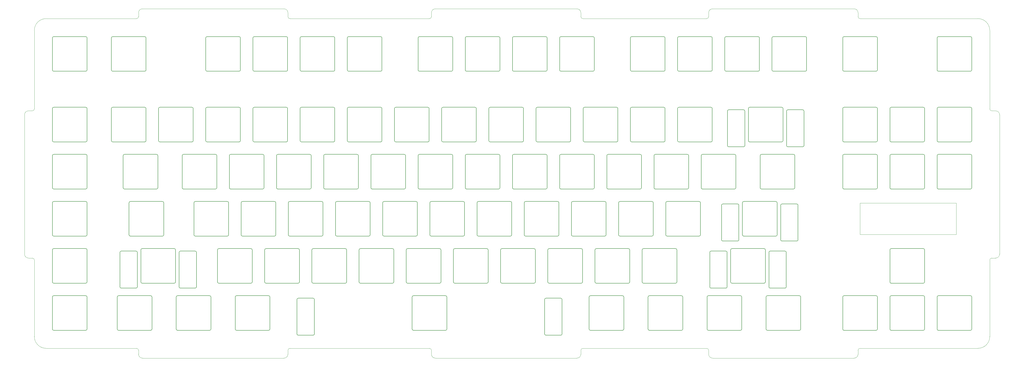
<source format=gm1>
%TF.GenerationSoftware,KiCad,Pcbnew,(5.1.10)-1*%
%TF.CreationDate,2021-11-05T23:31:42-04:00*%
%TF.ProjectId,custom_keyboard plate,63757374-6f6d-45f6-9b65-79626f617264,rev?*%
%TF.SameCoordinates,Original*%
%TF.FileFunction,Profile,NP*%
%FSLAX46Y46*%
G04 Gerber Fmt 4.6, Leading zero omitted, Abs format (unit mm)*
G04 Created by KiCad (PCBNEW (5.1.10)-1) date 2021-11-05 23:31:42*
%MOMM*%
%LPD*%
G01*
G04 APERTURE LIST*
%TA.AperFunction,Profile*%
%ADD10C,0.200000*%
%TD*%
%TA.AperFunction,Profile*%
%ADD11C,0.100000*%
%TD*%
G04 APERTURE END LIST*
D10*
X239057200Y-233202200D02*
G75*
G02*
X239557200Y-232702200I500000J0D01*
G01*
X252557200Y-232702200D02*
G75*
G02*
X253057200Y-233202200I0J-500000D01*
G01*
X220007200Y-233202200D02*
G75*
G02*
X220507200Y-232702200I500000J0D01*
G01*
X253057200Y-233202200D02*
X253057200Y-246202200D01*
X234007200Y-246202200D02*
G75*
G02*
X233507200Y-246702200I-500000J0D01*
G01*
X239557200Y-232702200D02*
X252557200Y-232702200D01*
X239057200Y-233202200D02*
X239057200Y-246202200D01*
X239557200Y-246702200D02*
X252557200Y-246702200D01*
X220507200Y-246702200D02*
G75*
G02*
X220007200Y-246202200I0J500000D01*
G01*
X233507200Y-232702200D02*
G75*
G02*
X234007200Y-233202200I0J-500000D01*
G01*
X192413450Y-286302200D02*
G75*
G02*
X191913450Y-286802200I-500000J0D01*
G01*
X303850950Y-284802200D02*
X316850950Y-284802200D01*
X303350950Y-271302200D02*
X303350950Y-284302200D01*
X150663450Y-271302200D02*
X150663450Y-284302200D01*
X303850950Y-270802200D02*
X316850950Y-270802200D01*
X86657200Y-271302200D02*
X86657200Y-284302200D01*
X137163450Y-284802200D02*
X150163450Y-284802200D01*
X136663450Y-271302200D02*
G75*
G02*
X137163450Y-270802200I500000J0D01*
G01*
X232413450Y-270802200D02*
X245413450Y-270802200D01*
X113350950Y-270802200D02*
X126350950Y-270802200D01*
X137163450Y-284802200D02*
G75*
G02*
X136663450Y-284302200I0J500000D01*
G01*
X150163450Y-270802200D02*
G75*
G02*
X150663450Y-271302200I0J-500000D01*
G01*
X87157200Y-284802200D02*
X100157199Y-284802200D01*
X87157200Y-270802200D02*
X100157199Y-270802200D01*
X438294700Y-251752200D02*
G75*
G02*
X438794700Y-252252200I0J-500000D01*
G01*
X136663450Y-271302200D02*
X136663450Y-284302200D01*
X160975950Y-270802200D02*
X173975950Y-270802200D01*
X174475950Y-284302200D02*
G75*
G02*
X173975950Y-284802200I-500000J0D01*
G01*
X232413450Y-284802200D02*
X245413450Y-284802200D01*
X231913450Y-271302200D02*
X231913450Y-284302200D01*
X285913450Y-286802200D02*
X291913450Y-286802200D01*
X285913450Y-286802200D02*
G75*
G02*
X285413450Y-286302200I0J500000D01*
G01*
X424794700Y-252252200D02*
G75*
G02*
X425294700Y-251752200I500000J0D01*
G01*
X425294700Y-265752200D02*
G75*
G02*
X424794700Y-265252200I0J500000D01*
G01*
X100657199Y-271302200D02*
X100657199Y-284302200D01*
X137163450Y-270802200D02*
X150163450Y-270802200D01*
X160475950Y-271302200D02*
X160475950Y-284302200D01*
X245413450Y-270802200D02*
G75*
G02*
X245913450Y-271302200I0J-500000D01*
G01*
X126850950Y-271302200D02*
X126850950Y-284302200D01*
X113350950Y-284802200D02*
X126350950Y-284802200D01*
X126350950Y-270802200D02*
G75*
G02*
X126850950Y-271302200I0J-500000D01*
G01*
X150663450Y-284302200D02*
G75*
G02*
X150163450Y-284802200I-500000J0D01*
G01*
X292413450Y-272302200D02*
X292413450Y-286302200D01*
X113350950Y-284802200D02*
G75*
G02*
X112850950Y-284302200I0J500000D01*
G01*
X160475950Y-271302200D02*
G75*
G02*
X160975950Y-270802200I500000J0D01*
G01*
X292413450Y-286302200D02*
G75*
G02*
X291913450Y-286802200I-500000J0D01*
G01*
X291913450Y-271802200D02*
G75*
G02*
X292413450Y-272302200I0J-500000D01*
G01*
X185913450Y-271802200D02*
X191913450Y-271802200D01*
X100157199Y-270802200D02*
G75*
G02*
X100657199Y-271302200I0J-500000D01*
G01*
X87157200Y-284802200D02*
G75*
G02*
X86657200Y-284302200I0J500000D01*
G01*
X231913450Y-271302200D02*
G75*
G02*
X232413450Y-270802200I500000J0D01*
G01*
X438794700Y-252252200D02*
X438794700Y-265252200D01*
X126850950Y-284302200D02*
G75*
G02*
X126350950Y-284802200I-500000J0D01*
G01*
X285413450Y-272302200D02*
G75*
G02*
X285913450Y-271802200I500000J0D01*
G01*
X100657199Y-284302200D02*
G75*
G02*
X100157199Y-284802200I-500000J0D01*
G01*
X245913450Y-284302200D02*
G75*
G02*
X245413450Y-284802200I-500000J0D01*
G01*
X185413450Y-272302200D02*
X185413450Y-286302200D01*
X112850950Y-271302200D02*
X112850950Y-284302200D01*
X86657200Y-271302200D02*
G75*
G02*
X87157200Y-270802200I500000J0D01*
G01*
X112850950Y-271302200D02*
G75*
G02*
X113350950Y-270802200I500000J0D01*
G01*
X174475950Y-271302200D02*
X174475950Y-284302200D01*
X160975950Y-284802200D02*
G75*
G02*
X160475950Y-284302200I0J500000D01*
G01*
X245913450Y-271302200D02*
X245913450Y-284302200D01*
X232413450Y-284802200D02*
G75*
G02*
X231913450Y-284302200I0J500000D01*
G01*
X285913450Y-271802200D02*
X291913450Y-271802200D01*
X160975950Y-284802200D02*
X173975950Y-284802200D01*
X285413450Y-272302200D02*
X285413450Y-286302200D01*
X438794700Y-265252200D02*
G75*
G02*
X438294700Y-265752200I-500000J0D01*
G01*
X185913450Y-286802200D02*
X191913450Y-286802200D01*
X192413450Y-272302200D02*
X192413450Y-286302200D01*
X185413450Y-272302200D02*
G75*
G02*
X185913450Y-271802200I500000J0D01*
G01*
X191913450Y-271802200D02*
G75*
G02*
X192413450Y-272302200I0J-500000D01*
G01*
X185913450Y-286802200D02*
G75*
G02*
X185413450Y-286302200I0J500000D01*
G01*
X173975950Y-270802200D02*
G75*
G02*
X174475950Y-271302200I0J-500000D01*
G01*
X425294700Y-284802200D02*
G75*
G02*
X424794700Y-284302200I0J500000D01*
G01*
X457344700Y-270802200D02*
G75*
G02*
X457844700Y-271302200I0J-500000D01*
G01*
X375288450Y-284802200D02*
X388288450Y-284802200D01*
X351475950Y-270802200D02*
X364475950Y-270802200D01*
X317350950Y-284302200D02*
G75*
G02*
X316850950Y-284802200I-500000J0D01*
G01*
X327663450Y-284802200D02*
G75*
G02*
X327163450Y-284302200I0J500000D01*
G01*
X364975950Y-284302200D02*
G75*
G02*
X364475950Y-284802200I-500000J0D01*
G01*
X438294700Y-270802200D02*
G75*
G02*
X438794700Y-271302200I0J-500000D01*
G01*
X341163450Y-284302200D02*
G75*
G02*
X340663450Y-284802200I-500000J0D01*
G01*
X388788450Y-284302200D02*
G75*
G02*
X388288450Y-284802200I-500000J0D01*
G01*
X374788450Y-271302200D02*
G75*
G02*
X375288450Y-270802200I500000J0D01*
G01*
X340663450Y-270802200D02*
G75*
G02*
X341163450Y-271302200I0J-500000D01*
G01*
X425294700Y-270802200D02*
X438294700Y-270802200D01*
X443844700Y-271302200D02*
G75*
G02*
X444344700Y-270802200I500000J0D01*
G01*
X375288450Y-270802200D02*
X388288450Y-270802200D01*
X405744700Y-271302200D02*
X405744700Y-284302200D01*
X375288450Y-284802200D02*
G75*
G02*
X374788450Y-284302200I0J500000D01*
G01*
X457844700Y-271302200D02*
X457844700Y-284302200D01*
X327663450Y-284802200D02*
X340663450Y-284802200D01*
X374788450Y-271302200D02*
X374788450Y-284302200D01*
X438794700Y-271302200D02*
X438794700Y-284302200D01*
X405744700Y-271302200D02*
G75*
G02*
X406244700Y-270802200I500000J0D01*
G01*
X327163450Y-271302200D02*
X327163450Y-284302200D01*
X327163450Y-271302200D02*
G75*
G02*
X327663450Y-270802200I500000J0D01*
G01*
X443844700Y-271302200D02*
X443844700Y-284302200D01*
X419744700Y-284302200D02*
G75*
G02*
X419244700Y-284802200I-500000J0D01*
G01*
X444344700Y-284802200D02*
X457344700Y-284802200D01*
X350975950Y-271302200D02*
G75*
G02*
X351475950Y-270802200I500000J0D01*
G01*
X317350950Y-271302200D02*
X317350950Y-284302200D01*
X327663450Y-270802200D02*
X340663450Y-270802200D01*
X316850950Y-270802200D02*
G75*
G02*
X317350950Y-271302200I0J-500000D01*
G01*
X341163450Y-271302200D02*
X341163450Y-284302200D01*
X406244700Y-270802200D02*
X419244700Y-270802200D01*
X425294700Y-284802200D02*
X438294700Y-284802200D01*
X364975950Y-271302200D02*
X364975950Y-284302200D01*
X424794700Y-271302200D02*
G75*
G02*
X425294700Y-270802200I500000J0D01*
G01*
X419744700Y-271302200D02*
X419744700Y-284302200D01*
X419244700Y-270802200D02*
G75*
G02*
X419744700Y-271302200I0J-500000D01*
G01*
X406244700Y-284802200D02*
X419244700Y-284802200D01*
X438794700Y-284302200D02*
G75*
G02*
X438294700Y-284802200I-500000J0D01*
G01*
X388288450Y-270802200D02*
G75*
G02*
X388788450Y-271302200I0J-500000D01*
G01*
X424794700Y-271302200D02*
X424794700Y-284302200D01*
X444344700Y-270802200D02*
X457344700Y-270802200D01*
X350975950Y-271302200D02*
X350975950Y-284302200D01*
X351475950Y-284802200D02*
X364475950Y-284802200D01*
X351475950Y-284802200D02*
G75*
G02*
X350975950Y-284302200I0J500000D01*
G01*
X388788450Y-271302200D02*
X388788450Y-284302200D01*
X457844700Y-284302200D02*
G75*
G02*
X457344700Y-284802200I-500000J0D01*
G01*
X303350950Y-271302200D02*
G75*
G02*
X303850950Y-270802200I500000J0D01*
G01*
X406244700Y-284802200D02*
G75*
G02*
X405744700Y-284302200I0J500000D01*
G01*
X303850950Y-284802200D02*
G75*
G02*
X303350950Y-284302200I0J500000D01*
G01*
X444344700Y-284802200D02*
G75*
G02*
X443844700Y-284302200I0J500000D01*
G01*
X364475950Y-270802200D02*
G75*
G02*
X364975950Y-271302200I0J-500000D01*
G01*
X195407200Y-232702200D02*
G75*
G02*
X195907200Y-233202200I0J-500000D01*
G01*
X200957200Y-233202200D02*
G75*
G02*
X201457200Y-232702200I500000J0D01*
G01*
X182407200Y-246702200D02*
G75*
G02*
X181907200Y-246202200I0J500000D01*
G01*
X214957199Y-246202200D02*
G75*
G02*
X214457199Y-246702200I-500000J0D01*
G01*
X214457199Y-232702200D02*
G75*
G02*
X214957199Y-233202200I0J-500000D01*
G01*
X220507200Y-232702200D02*
X233507200Y-232702200D01*
X220507200Y-246702200D02*
X233507200Y-246702200D01*
X220007200Y-233202200D02*
X220007200Y-246202200D01*
X234007200Y-233202200D02*
X234007200Y-246202200D01*
X195907200Y-233202200D02*
X195907200Y-246202200D01*
X195907200Y-246202200D02*
G75*
G02*
X195407200Y-246702200I-500000J0D01*
G01*
X201457200Y-232702200D02*
X214457199Y-232702200D01*
X201457200Y-246702200D02*
X214457199Y-246702200D01*
X181907200Y-233202200D02*
G75*
G02*
X182407200Y-232702200I500000J0D01*
G01*
X214957199Y-233202200D02*
X214957199Y-246202200D01*
X200957200Y-233202200D02*
X200957200Y-246202200D01*
X201457200Y-246702200D02*
G75*
G02*
X200957200Y-246202200I0J500000D01*
G01*
X310207200Y-233202200D02*
X310207200Y-246202200D01*
X315757200Y-246702200D02*
X328757200Y-246702200D01*
X348307200Y-233202200D02*
X348307200Y-246202200D01*
X277657200Y-246702200D02*
G75*
G02*
X277157200Y-246202200I0J500000D01*
G01*
X296207200Y-233202200D02*
G75*
G02*
X296707200Y-232702200I500000J0D01*
G01*
X334307200Y-233202200D02*
G75*
G02*
X334807200Y-232702200I500000J0D01*
G01*
X329257200Y-233202200D02*
X329257200Y-246202200D01*
X258607200Y-246702200D02*
G75*
G02*
X258107200Y-246202200I0J500000D01*
G01*
X309707200Y-232702200D02*
G75*
G02*
X310207200Y-233202200I0J-500000D01*
G01*
X365263450Y-233202200D02*
G75*
G02*
X365763450Y-232702200I500000J0D01*
G01*
X365763450Y-246702200D02*
G75*
G02*
X365263450Y-246202200I0J500000D01*
G01*
X296707200Y-232702200D02*
X309707200Y-232702200D01*
X380701450Y-234202200D02*
X380701450Y-248202200D01*
X315757200Y-246702200D02*
G75*
G02*
X315257200Y-246202200I0J500000D01*
G01*
X291157200Y-246202200D02*
G75*
G02*
X290657200Y-246702200I-500000J0D01*
G01*
X379263450Y-233202200D02*
X379263450Y-246202200D01*
X378763450Y-232702200D02*
G75*
G02*
X379263450Y-233202200I0J-500000D01*
G01*
X387201450Y-233702200D02*
G75*
G02*
X387701450Y-234202200I0J-500000D01*
G01*
X356825450Y-234202200D02*
X356825450Y-248202200D01*
X290657200Y-232702200D02*
G75*
G02*
X291157200Y-233202200I0J-500000D01*
G01*
X365763450Y-232702200D02*
X378763450Y-232702200D01*
X277157200Y-233202200D02*
X277157200Y-246202200D01*
X291157200Y-233202200D02*
X291157200Y-246202200D01*
X277157200Y-233202200D02*
G75*
G02*
X277657200Y-232702200I500000J0D01*
G01*
X381201450Y-248702200D02*
G75*
G02*
X380701450Y-248202200I0J500000D01*
G01*
X356825450Y-234202200D02*
G75*
G02*
X357325450Y-233702200I500000J0D01*
G01*
X100657199Y-252252200D02*
X100657199Y-265252200D01*
X86657200Y-252252200D02*
G75*
G02*
X87157200Y-251752200I500000J0D01*
G01*
X100157199Y-251752200D02*
G75*
G02*
X100657199Y-252252200I0J-500000D01*
G01*
X334307200Y-233202200D02*
X334307200Y-246202200D01*
X334807200Y-246702200D02*
G75*
G02*
X334307200Y-246202200I0J500000D01*
G01*
X363825450Y-234202200D02*
X363825450Y-248202200D01*
X296207200Y-233202200D02*
X296207200Y-246202200D01*
X363825450Y-248202200D02*
G75*
G02*
X363325450Y-248702200I-500000J0D01*
G01*
X334807200Y-232702200D02*
X347807200Y-232702200D01*
X357325450Y-248702200D02*
G75*
G02*
X356825450Y-248202200I0J500000D01*
G01*
X315757200Y-232702200D02*
X328757200Y-232702200D01*
X315257200Y-233202200D02*
X315257200Y-246202200D01*
X348307200Y-246202200D02*
G75*
G02*
X347807200Y-246702200I-500000J0D01*
G01*
X347807200Y-232702200D02*
G75*
G02*
X348307200Y-233202200I0J-500000D01*
G01*
X334807200Y-246702200D02*
X347807200Y-246702200D01*
X296707200Y-246702200D02*
G75*
G02*
X296207200Y-246202200I0J500000D01*
G01*
X365763450Y-246702200D02*
X378763450Y-246702200D01*
X365263450Y-233202200D02*
X365263450Y-246202200D01*
X277657200Y-246702200D02*
X290657200Y-246702200D01*
X381201450Y-248702200D02*
X387201450Y-248702200D01*
X387701450Y-234202200D02*
X387701450Y-248202200D01*
X329257200Y-246202200D02*
G75*
G02*
X328757200Y-246702200I-500000J0D01*
G01*
X328757200Y-232702200D02*
G75*
G02*
X329257200Y-233202200I0J-500000D01*
G01*
X379263450Y-246202200D02*
G75*
G02*
X378763450Y-246702200I-500000J0D01*
G01*
X381201450Y-233702200D02*
X387201450Y-233702200D01*
X380701450Y-234202200D02*
G75*
G02*
X381201450Y-233702200I500000J0D01*
G01*
X387701450Y-248202200D02*
G75*
G02*
X387201450Y-248702200I-500000J0D01*
G01*
X357325450Y-233702200D02*
X363325450Y-233702200D01*
X357325450Y-248702200D02*
X363325450Y-248702200D01*
X315257200Y-233202200D02*
G75*
G02*
X315757200Y-232702200I500000J0D01*
G01*
X363325450Y-233702200D02*
G75*
G02*
X363825450Y-234202200I0J-500000D01*
G01*
X87157200Y-251752200D02*
X100157199Y-251752200D01*
X87157200Y-265752200D02*
X100157199Y-265752200D01*
X296707200Y-246702200D02*
X309707200Y-246702200D01*
X86657200Y-252252200D02*
X86657200Y-265252200D01*
X272107200Y-246202200D02*
G75*
G02*
X271607200Y-246702200I-500000J0D01*
G01*
X310207200Y-246202200D02*
G75*
G02*
X309707200Y-246702200I-500000J0D01*
G01*
X277657200Y-232702200D02*
X290657200Y-232702200D01*
X205432200Y-265252200D02*
G75*
G02*
X204932200Y-265752200I-500000J0D01*
G01*
X87157200Y-265752200D02*
G75*
G02*
X86657200Y-265252200I0J500000D01*
G01*
X229532200Y-252252200D02*
G75*
G02*
X230032200Y-251752200I500000J0D01*
G01*
X153832200Y-265752200D02*
X166832200Y-265752200D01*
X243032200Y-251752200D02*
G75*
G02*
X243532200Y-252252200I0J-500000D01*
G01*
X138313950Y-252752200D02*
X144313950Y-252752200D01*
X120937949Y-267252200D02*
G75*
G02*
X120437949Y-267752200I-500000J0D01*
G01*
X153332200Y-252252200D02*
X153332200Y-265252200D01*
X172882200Y-265752200D02*
G75*
G02*
X172382200Y-265252200I0J500000D01*
G01*
X138313950Y-267752200D02*
G75*
G02*
X137813950Y-267252200I0J500000D01*
G01*
X153332200Y-252252200D02*
G75*
G02*
X153832200Y-251752200I500000J0D01*
G01*
X167332200Y-252252200D02*
X167332200Y-265252200D01*
X122375950Y-252252200D02*
X122375950Y-265252200D01*
X122875950Y-265752200D02*
G75*
G02*
X122375950Y-265252200I0J500000D01*
G01*
X136375950Y-265252200D02*
G75*
G02*
X135875950Y-265752200I-500000J0D01*
G01*
X153832200Y-251752200D02*
X166832200Y-251752200D01*
X153832200Y-265752200D02*
G75*
G02*
X153332200Y-265252200I0J500000D01*
G01*
X185882200Y-251752200D02*
G75*
G02*
X186382200Y-252252200I0J-500000D01*
G01*
X186382200Y-265252200D02*
G75*
G02*
X185882200Y-265752200I-500000J0D01*
G01*
X191932200Y-251752200D02*
X204932200Y-251752200D01*
X210482200Y-252252200D02*
G75*
G02*
X210982200Y-251752200I500000J0D01*
G01*
X223982200Y-251752200D02*
G75*
G02*
X224482200Y-252252200I0J-500000D01*
G01*
X122375950Y-252252200D02*
G75*
G02*
X122875950Y-251752200I500000J0D01*
G01*
X210982200Y-265752200D02*
G75*
G02*
X210482200Y-265252200I0J500000D01*
G01*
X138313950Y-267752200D02*
X144313950Y-267752200D01*
X114437950Y-267752200D02*
G75*
G02*
X113937950Y-267252200I0J500000D01*
G01*
X172882200Y-251752200D02*
X185882200Y-251752200D01*
X230032200Y-251752200D02*
X243032200Y-251752200D01*
X114437950Y-267752200D02*
X120437949Y-267752200D01*
X100657199Y-265252200D02*
G75*
G02*
X100157199Y-265752200I-500000J0D01*
G01*
X122875950Y-251752200D02*
X135875950Y-251752200D01*
X136375950Y-252252200D02*
X136375950Y-265252200D01*
X144813950Y-267252200D02*
G75*
G02*
X144313950Y-267752200I-500000J0D01*
G01*
X120937949Y-253252200D02*
X120937949Y-267252200D01*
X113937950Y-253252200D02*
G75*
G02*
X114437950Y-252752200I500000J0D01*
G01*
X166832200Y-251752200D02*
G75*
G02*
X167332200Y-252252200I0J-500000D01*
G01*
X172382200Y-252252200D02*
X172382200Y-265252200D01*
X191432200Y-252252200D02*
G75*
G02*
X191932200Y-251752200I500000J0D01*
G01*
X144813950Y-253252200D02*
X144813950Y-267252200D01*
X137813950Y-253252200D02*
G75*
G02*
X138313950Y-252752200I500000J0D01*
G01*
X204932200Y-251752200D02*
G75*
G02*
X205432200Y-252252200I0J-500000D01*
G01*
X120437949Y-252752200D02*
G75*
G02*
X120937949Y-253252200I0J-500000D01*
G01*
X191932200Y-265752200D02*
G75*
G02*
X191432200Y-265252200I0J500000D01*
G01*
X210982200Y-265752200D02*
X223982200Y-265752200D01*
X144313950Y-252752200D02*
G75*
G02*
X144813950Y-253252200I0J-500000D01*
G01*
X210482200Y-252252200D02*
X210482200Y-265252200D01*
X224482200Y-252252200D02*
X224482200Y-265252200D01*
X114437950Y-252752200D02*
X120437949Y-252752200D01*
X137813950Y-253252200D02*
X137813950Y-267252200D01*
X113937950Y-253252200D02*
X113937950Y-267252200D01*
X172882200Y-265752200D02*
X185882200Y-265752200D01*
X172382200Y-252252200D02*
G75*
G02*
X172882200Y-251752200I500000J0D01*
G01*
X191932200Y-265752200D02*
X204932200Y-265752200D01*
X205432200Y-252252200D02*
X205432200Y-265252200D01*
X230032200Y-265752200D02*
X243032200Y-265752200D01*
X167332200Y-265252200D02*
G75*
G02*
X166832200Y-265752200I-500000J0D01*
G01*
X229532200Y-252252200D02*
X229532200Y-265252200D01*
X135875950Y-251752200D02*
G75*
G02*
X136375950Y-252252200I0J-500000D01*
G01*
X224482200Y-265252200D02*
G75*
G02*
X223982200Y-265752200I-500000J0D01*
G01*
X243532200Y-252252200D02*
X243532200Y-265252200D01*
X210982200Y-251752200D02*
X223982200Y-251752200D01*
X191432200Y-252252200D02*
X191432200Y-265252200D01*
X122875950Y-265752200D02*
X135875950Y-265752200D01*
X186382200Y-252252200D02*
X186382200Y-265252200D01*
X281132200Y-251752200D02*
G75*
G02*
X281632200Y-252252200I0J-500000D01*
G01*
X352562950Y-252752200D02*
X358562950Y-252752200D01*
X352062950Y-253252200D02*
X352062950Y-267252200D01*
X268132200Y-265752200D02*
G75*
G02*
X267632200Y-265252200I0J500000D01*
G01*
X306232200Y-265752200D02*
G75*
G02*
X305732200Y-265252200I0J500000D01*
G01*
X300182200Y-251752200D02*
G75*
G02*
X300682200Y-252252200I0J-500000D01*
G01*
X305732200Y-252252200D02*
G75*
G02*
X306232200Y-251752200I500000J0D01*
G01*
X338282200Y-251752200D02*
G75*
G02*
X338782200Y-252252200I0J-500000D01*
G01*
X243532200Y-265252200D02*
G75*
G02*
X243032200Y-265752200I-500000J0D01*
G01*
X319232200Y-251752200D02*
G75*
G02*
X319732200Y-252252200I0J-500000D01*
G01*
X338782200Y-265252200D02*
G75*
G02*
X338282200Y-265752200I-500000J0D01*
G01*
X248582200Y-252252200D02*
G75*
G02*
X249082200Y-251752200I500000J0D01*
G01*
X268132200Y-251752200D02*
X281132200Y-251752200D01*
X319732200Y-252252200D02*
X319732200Y-265252200D01*
X360500950Y-252252200D02*
X360500950Y-265252200D01*
X325282200Y-265752200D02*
G75*
G02*
X324782200Y-265252200I0J500000D01*
G01*
X374000950Y-251752200D02*
G75*
G02*
X374500950Y-252252200I0J-500000D01*
G01*
X376438950Y-252752200D02*
X382438950Y-252752200D01*
X376438950Y-267752200D02*
G75*
G02*
X375938950Y-267252200I0J500000D01*
G01*
X359062950Y-253252200D02*
X359062950Y-267252200D01*
X360500950Y-252252200D02*
G75*
G02*
X361000950Y-251752200I500000J0D01*
G01*
X352062950Y-253252200D02*
G75*
G02*
X352562950Y-252752200I500000J0D01*
G01*
X300682200Y-265252200D02*
G75*
G02*
X300182200Y-265752200I-500000J0D01*
G01*
X361000950Y-251752200D02*
X374000950Y-251752200D01*
X249082200Y-265752200D02*
X262082200Y-265752200D01*
X262082200Y-251752200D02*
G75*
G02*
X262582200Y-252252200I0J-500000D01*
G01*
X375938950Y-253252200D02*
X375938950Y-267252200D01*
X352562950Y-267752200D02*
X358562950Y-267752200D01*
X358562950Y-252752200D02*
G75*
G02*
X359062950Y-253252200I0J-500000D01*
G01*
X268132200Y-265752200D02*
X281132200Y-265752200D01*
X249082200Y-265752200D02*
G75*
G02*
X248582200Y-265252200I0J500000D01*
G01*
X306232200Y-251752200D02*
X319232200Y-251752200D01*
X305732200Y-252252200D02*
X305732200Y-265252200D01*
X382438950Y-252752200D02*
G75*
G02*
X382938950Y-253252200I0J-500000D01*
G01*
X324782200Y-252252200D02*
X324782200Y-265252200D01*
X287182200Y-265752200D02*
X300182200Y-265752200D01*
X262582200Y-252252200D02*
X262582200Y-265252200D01*
X281632200Y-265252200D02*
G75*
G02*
X281132200Y-265752200I-500000J0D01*
G01*
X267632200Y-252252200D02*
X267632200Y-265252200D01*
X281632200Y-252252200D02*
X281632200Y-265252200D01*
X287182200Y-251752200D02*
X300182200Y-251752200D01*
X300682200Y-252252200D02*
X300682200Y-265252200D01*
X248582200Y-252252200D02*
X248582200Y-265252200D01*
X287182200Y-265752200D02*
G75*
G02*
X286682200Y-265252200I0J500000D01*
G01*
X306232200Y-265752200D02*
X319232200Y-265752200D01*
X325282200Y-265752200D02*
X338282200Y-265752200D01*
X361000950Y-265752200D02*
G75*
G02*
X360500950Y-265252200I0J500000D01*
G01*
X249082200Y-251752200D02*
X262082200Y-251752200D01*
X267632200Y-252252200D02*
G75*
G02*
X268132200Y-251752200I500000J0D01*
G01*
X374500950Y-252252200D02*
X374500950Y-265252200D01*
X325282200Y-251752200D02*
X338282200Y-251752200D01*
X319732200Y-265252200D02*
G75*
G02*
X319232200Y-265752200I-500000J0D01*
G01*
X230032200Y-265752200D02*
G75*
G02*
X229532200Y-265252200I0J500000D01*
G01*
X324782200Y-252252200D02*
G75*
G02*
X325282200Y-251752200I500000J0D01*
G01*
X361000950Y-265752200D02*
X374000950Y-265752200D01*
X286682200Y-252252200D02*
X286682200Y-265252200D01*
X374500950Y-265252200D02*
G75*
G02*
X374000950Y-265752200I-500000J0D01*
G01*
X262582200Y-265252200D02*
G75*
G02*
X262082200Y-265752200I-500000J0D01*
G01*
X286682200Y-252252200D02*
G75*
G02*
X287182200Y-251752200I500000J0D01*
G01*
X376438950Y-267752200D02*
X382438950Y-267752200D01*
X382938950Y-253252200D02*
X382938950Y-267252200D01*
X338782200Y-252252200D02*
X338782200Y-265252200D01*
X375938950Y-253252200D02*
G75*
G02*
X376438950Y-252752200I500000J0D01*
G01*
X382938950Y-267252200D02*
G75*
G02*
X382438950Y-267752200I-500000J0D01*
G01*
X424794700Y-252252200D02*
X424794700Y-265252200D01*
X425294700Y-265752200D02*
X438294700Y-265752200D01*
X352562950Y-267752200D02*
G75*
G02*
X352062950Y-267252200I0J500000D01*
G01*
X359062950Y-267252200D02*
G75*
G02*
X358562950Y-267752200I-500000J0D01*
G01*
X425294700Y-251752200D02*
X438294700Y-251752200D01*
X258107200Y-233202200D02*
X258107200Y-246202200D01*
X239557200Y-246702200D02*
G75*
G02*
X239057200Y-246202200I0J500000D01*
G01*
X258107200Y-233202200D02*
G75*
G02*
X258607200Y-232702200I500000J0D01*
G01*
X258607200Y-246702200D02*
X271607200Y-246702200D01*
X253057200Y-246202200D02*
G75*
G02*
X252557200Y-246702200I-500000J0D01*
G01*
X258607200Y-232702200D02*
X271607200Y-232702200D01*
X271607200Y-232702200D02*
G75*
G02*
X272107200Y-233202200I0J-500000D01*
G01*
X272107200Y-233202200D02*
X272107200Y-246202200D01*
X272394700Y-166527200D02*
G75*
G02*
X272894700Y-166027200I500000J0D01*
G01*
X266844700Y-166027200D02*
G75*
G02*
X267344700Y-166527200I0J-500000D01*
G01*
X267344700Y-179527199D02*
G75*
G02*
X266844700Y-180027199I-500000J0D01*
G01*
X285894700Y-166027200D02*
G75*
G02*
X286394700Y-166527200I0J-500000D01*
G01*
X272894700Y-180027199D02*
G75*
G02*
X272394700Y-179527199I0J500000D01*
G01*
X247794700Y-166027200D02*
G75*
G02*
X248294700Y-166527200I0J-500000D01*
G01*
X291944700Y-166027200D02*
X304944700Y-166027200D01*
X291944700Y-180027199D02*
X304944700Y-180027199D01*
X253844700Y-180027199D02*
G75*
G02*
X253344700Y-179527199I0J500000D01*
G01*
X253344700Y-166527200D02*
G75*
G02*
X253844700Y-166027200I500000J0D01*
G01*
X291444700Y-166527200D02*
X291444700Y-179527199D01*
X253844700Y-180027199D02*
X266844700Y-180027199D01*
X248294700Y-179527199D02*
G75*
G02*
X247794700Y-180027199I-500000J0D01*
G01*
X286394700Y-179527199D02*
G75*
G02*
X285894700Y-180027199I-500000J0D01*
G01*
X305444700Y-166527200D02*
X305444700Y-179527199D01*
X291444700Y-166527200D02*
G75*
G02*
X291944700Y-166027200I500000J0D01*
G01*
X253844700Y-166027200D02*
X266844700Y-166027200D01*
X234794700Y-180027199D02*
G75*
G02*
X234294700Y-179527199I0J500000D01*
G01*
X253344700Y-166527200D02*
X253344700Y-179527199D01*
X267344700Y-166527200D02*
X267344700Y-179527199D01*
X272894700Y-166027200D02*
X285894700Y-166027200D01*
X272894700Y-180027199D02*
X285894700Y-180027199D01*
X272394700Y-166527200D02*
X272394700Y-179527199D01*
X286394700Y-166527200D02*
X286394700Y-179527199D01*
X100157199Y-194602200D02*
G75*
G02*
X100657199Y-195102200I0J-500000D01*
G01*
X334019700Y-179527199D02*
G75*
G02*
X333519700Y-180027199I-500000J0D01*
G01*
X377669700Y-180027199D02*
G75*
G02*
X377169700Y-179527199I0J500000D01*
G01*
X444344700Y-166027200D02*
X457344700Y-166027200D01*
X377669700Y-180027199D02*
X390669700Y-180027199D01*
X358619700Y-180027199D02*
X371619700Y-180027199D01*
X406244700Y-166027200D02*
X419244700Y-166027200D01*
X444344700Y-180027199D02*
X457344700Y-180027199D01*
X377169700Y-166527200D02*
X377169700Y-179527199D01*
X87157200Y-208602200D02*
X100157199Y-208602200D01*
X100657199Y-195102200D02*
X100657199Y-208102200D01*
X304944700Y-166027200D02*
G75*
G02*
X305444700Y-166527200I0J-500000D01*
G01*
X353069700Y-166527200D02*
X353069700Y-179527199D01*
X353069700Y-179527199D02*
G75*
G02*
X352569700Y-180027199I-500000J0D01*
G01*
X358619700Y-166027200D02*
X371619700Y-166027200D01*
X371619700Y-166027200D02*
G75*
G02*
X372119700Y-166527200I0J-500000D01*
G01*
X419744700Y-166527200D02*
X419744700Y-179527199D01*
X87157200Y-194602200D02*
X100157199Y-194602200D01*
X86657200Y-195102200D02*
X86657200Y-208102200D01*
X87157200Y-208602200D02*
G75*
G02*
X86657200Y-208102200I0J500000D01*
G01*
X457344700Y-166027200D02*
G75*
G02*
X457844700Y-166527200I0J-500000D01*
G01*
X100657199Y-208102200D02*
G75*
G02*
X100157199Y-208602200I-500000J0D01*
G01*
X352569700Y-166027200D02*
G75*
G02*
X353069700Y-166527200I0J-500000D01*
G01*
X110969700Y-194602200D02*
X123969700Y-194602200D01*
X358119700Y-166527200D02*
X358119700Y-179527199D01*
X110969700Y-208602200D02*
X123969700Y-208602200D01*
X110469700Y-195102200D02*
X110469700Y-208102200D01*
X124469700Y-195102200D02*
X124469700Y-208102200D01*
X110469700Y-195102200D02*
G75*
G02*
X110969700Y-194602200I500000J0D01*
G01*
X339569700Y-166027200D02*
X352569700Y-166027200D01*
X320019700Y-166527200D02*
X320019700Y-179527199D01*
X339569700Y-180027199D02*
X352569700Y-180027199D01*
X339069700Y-166527200D02*
G75*
G02*
X339569700Y-166027200I500000J0D01*
G01*
X320519700Y-166027200D02*
X333519700Y-166027200D01*
X305444700Y-179527199D02*
G75*
G02*
X304944700Y-180027199I-500000J0D01*
G01*
X320019700Y-166527200D02*
G75*
G02*
X320519700Y-166027200I500000J0D01*
G01*
X372119700Y-179527199D02*
G75*
G02*
X371619700Y-180027199I-500000J0D01*
G01*
X390669700Y-166027200D02*
G75*
G02*
X391169700Y-166527200I0J-500000D01*
G01*
X358119700Y-166527200D02*
G75*
G02*
X358619700Y-166027200I500000J0D01*
G01*
X391169700Y-179527199D02*
G75*
G02*
X390669700Y-180027199I-500000J0D01*
G01*
X419244700Y-166027200D02*
G75*
G02*
X419744700Y-166527200I0J-500000D01*
G01*
X391169700Y-166527200D02*
X391169700Y-179527199D01*
X320519700Y-180027199D02*
G75*
G02*
X320019700Y-179527199I0J500000D01*
G01*
X406244700Y-180027199D02*
G75*
G02*
X405744700Y-179527199I0J500000D01*
G01*
X419744700Y-179527199D02*
G75*
G02*
X419244700Y-180027199I-500000J0D01*
G01*
X443844700Y-166527200D02*
X443844700Y-179527199D01*
X457844700Y-166527200D02*
X457844700Y-179527199D01*
X333519700Y-166027200D02*
G75*
G02*
X334019700Y-166527200I0J-500000D01*
G01*
X372119700Y-166527200D02*
X372119700Y-179527199D01*
X405744700Y-166527200D02*
X405744700Y-179527199D01*
X405744700Y-166527200D02*
G75*
G02*
X406244700Y-166027200I500000J0D01*
G01*
X291944700Y-180027199D02*
G75*
G02*
X291444700Y-179527199I0J500000D01*
G01*
X320519700Y-180027199D02*
X333519700Y-180027199D01*
X443844700Y-166527200D02*
G75*
G02*
X444344700Y-166027200I500000J0D01*
G01*
X444344700Y-180027199D02*
G75*
G02*
X443844700Y-179527199I0J500000D01*
G01*
X406244700Y-180027199D02*
X419244700Y-180027199D01*
X457844700Y-179527199D02*
G75*
G02*
X457344700Y-180027199I-500000J0D01*
G01*
X339569700Y-180027199D02*
G75*
G02*
X339069700Y-179527199I0J500000D01*
G01*
X86657200Y-195102200D02*
G75*
G02*
X87157200Y-194602200I500000J0D01*
G01*
X358619700Y-180027199D02*
G75*
G02*
X358119700Y-179527199I0J500000D01*
G01*
X334019700Y-166527200D02*
X334019700Y-179527199D01*
X377169700Y-166527200D02*
G75*
G02*
X377669700Y-166027200I500000J0D01*
G01*
X339069700Y-166527200D02*
X339069700Y-179527199D01*
X377669700Y-166027200D02*
X390669700Y-166027200D01*
X100657199Y-179527199D02*
G75*
G02*
X100157199Y-180027199I-500000J0D01*
G01*
X87157200Y-180027199D02*
G75*
G02*
X86657200Y-179527199I0J500000D01*
G01*
X168119700Y-180027199D02*
X181119700Y-180027199D01*
X162569700Y-166527200D02*
X162569700Y-179527199D01*
X186669700Y-166527200D02*
X186669700Y-179527199D01*
X148569700Y-166527200D02*
G75*
G02*
X149069700Y-166027200I500000J0D01*
G01*
X123969700Y-166027200D02*
G75*
G02*
X124469700Y-166527200I0J-500000D01*
G01*
X162069700Y-166027200D02*
G75*
G02*
X162569700Y-166527200I0J-500000D01*
G01*
X168119700Y-166027200D02*
X181119700Y-166027200D01*
X181619700Y-179527199D02*
G75*
G02*
X181119700Y-180027199I-500000J0D01*
G01*
X186669700Y-166527200D02*
G75*
G02*
X187169700Y-166027200I500000J0D01*
G01*
X206219700Y-166027200D02*
X219219700Y-166027200D01*
X87157200Y-166027200D02*
X100157199Y-166027200D01*
X110469700Y-166527200D02*
X110469700Y-179527199D01*
X87157200Y-180027199D02*
X100157199Y-180027199D01*
X124469700Y-179527199D02*
G75*
G02*
X123969700Y-180027199I-500000J0D01*
G01*
X149069700Y-166027200D02*
X162069700Y-166027200D01*
X149069700Y-180027199D02*
G75*
G02*
X148569700Y-179527199I0J500000D01*
G01*
X187169700Y-166027200D02*
X200169700Y-166027200D01*
X168119700Y-180027199D02*
G75*
G02*
X167619700Y-179527199I0J500000D01*
G01*
X167619700Y-166527200D02*
G75*
G02*
X168119700Y-166027200I500000J0D01*
G01*
X110969700Y-180027199D02*
X123969700Y-180027199D01*
X181619700Y-166527200D02*
X181619700Y-179527199D01*
X181119700Y-166027200D02*
G75*
G02*
X181619700Y-166527200I0J-500000D01*
G01*
X100157199Y-166027200D02*
G75*
G02*
X100657199Y-166527200I0J-500000D01*
G01*
X124469700Y-166527200D02*
X124469700Y-179527199D01*
X110469700Y-166527200D02*
G75*
G02*
X110969700Y-166027200I500000J0D01*
G01*
X187169700Y-180027199D02*
X200169700Y-180027199D01*
X200169700Y-166027200D02*
G75*
G02*
X200669700Y-166527200I0J-500000D01*
G01*
X187169700Y-180027199D02*
G75*
G02*
X186669700Y-179527199I0J500000D01*
G01*
X206219700Y-180027199D02*
X219219700Y-180027199D01*
X219719700Y-166527200D02*
X219719700Y-179527199D01*
X205719700Y-166527200D02*
X205719700Y-179527199D01*
X219219700Y-166027200D02*
G75*
G02*
X219719700Y-166527200I0J-500000D01*
G01*
X110969700Y-166027200D02*
X123969700Y-166027200D01*
X206219700Y-180027199D02*
G75*
G02*
X205719700Y-179527199I0J500000D01*
G01*
X234794700Y-166027200D02*
X247794700Y-166027200D01*
X234794700Y-180027199D02*
X247794700Y-180027199D01*
X200669700Y-166527200D02*
X200669700Y-179527199D01*
X205719700Y-166527200D02*
G75*
G02*
X206219700Y-166027200I500000J0D01*
G01*
X86657200Y-166527200D02*
G75*
G02*
X87157200Y-166027200I500000J0D01*
G01*
X86657200Y-166527200D02*
X86657200Y-179527199D01*
X110969700Y-180027199D02*
G75*
G02*
X110469700Y-179527199I0J500000D01*
G01*
X167619700Y-166527200D02*
X167619700Y-179527199D01*
X234294700Y-166527200D02*
X234294700Y-179527199D01*
X248294700Y-166527200D02*
X248294700Y-179527199D01*
X200669700Y-179527199D02*
G75*
G02*
X200169700Y-180027199I-500000J0D01*
G01*
X162569700Y-179527199D02*
G75*
G02*
X162069700Y-180027199I-500000J0D01*
G01*
X219719700Y-179527199D02*
G75*
G02*
X219219700Y-180027199I-500000J0D01*
G01*
X149069700Y-180027199D02*
X162069700Y-180027199D01*
X234294700Y-166527200D02*
G75*
G02*
X234794700Y-166027200I500000J0D01*
G01*
X100657199Y-166527200D02*
X100657199Y-179527199D01*
X148569700Y-166527200D02*
X148569700Y-179527199D01*
X191144700Y-214152200D02*
X191144700Y-227152200D01*
X158594700Y-227652200D02*
G75*
G02*
X158094700Y-227152200I0J500000D01*
G01*
X190644700Y-213652200D02*
G75*
G02*
X191144700Y-214152200I0J-500000D01*
G01*
X139044700Y-214152200D02*
G75*
G02*
X139544700Y-213652200I500000J0D01*
G01*
X129232200Y-214152200D02*
X129232200Y-227152200D01*
X152544700Y-213652200D02*
G75*
G02*
X153044700Y-214152200I0J-500000D01*
G01*
X139544700Y-227652200D02*
G75*
G02*
X139044700Y-227152200I0J500000D01*
G01*
X177144700Y-214152200D02*
X177144700Y-227152200D01*
X100657199Y-227152200D02*
G75*
G02*
X100157199Y-227652200I-500000J0D01*
G01*
X139544700Y-227652200D02*
X152544700Y-227652200D01*
X139044700Y-214152200D02*
X139044700Y-227152200D01*
X172094700Y-214152200D02*
X172094700Y-227152200D01*
X177644700Y-227652200D02*
G75*
G02*
X177144700Y-227152200I0J500000D01*
G01*
X100657199Y-214152200D02*
X100657199Y-227152200D01*
X196694700Y-213652200D02*
X209694700Y-213652200D01*
X215244700Y-214152200D02*
X215244700Y-227152200D01*
X215744700Y-227652200D02*
X228744700Y-227652200D01*
X229244700Y-214152200D02*
X229244700Y-227152200D01*
X86657200Y-214152200D02*
X86657200Y-227152200D01*
X215244700Y-214152200D02*
G75*
G02*
X215744700Y-213652200I500000J0D01*
G01*
X228744700Y-213652200D02*
G75*
G02*
X229244700Y-214152200I0J-500000D01*
G01*
X153044700Y-214152200D02*
X153044700Y-227152200D01*
X115732200Y-213652200D02*
X128732200Y-213652200D01*
X115732200Y-227652200D02*
X128732200Y-227652200D01*
X177144700Y-214152200D02*
G75*
G02*
X177644700Y-213652200I500000J0D01*
G01*
X129232200Y-227152200D02*
G75*
G02*
X128732200Y-227652200I-500000J0D01*
G01*
X234794700Y-213652200D02*
X247794700Y-213652200D01*
X196694700Y-227652200D02*
G75*
G02*
X196194700Y-227152200I0J500000D01*
G01*
X139544700Y-213652200D02*
X152544700Y-213652200D01*
X196194700Y-214152200D02*
X196194700Y-227152200D01*
X171594700Y-213652200D02*
G75*
G02*
X172094700Y-214152200I0J-500000D01*
G01*
X210194700Y-227152200D02*
G75*
G02*
X209694700Y-227652200I-500000J0D01*
G01*
X234294700Y-214152200D02*
G75*
G02*
X234794700Y-213652200I500000J0D01*
G01*
X172094700Y-227152200D02*
G75*
G02*
X171594700Y-227652200I-500000J0D01*
G01*
X247794700Y-213652200D02*
G75*
G02*
X248294700Y-214152200I0J-500000D01*
G01*
X248294700Y-227152200D02*
G75*
G02*
X247794700Y-227652200I-500000J0D01*
G01*
X153044700Y-227152200D02*
G75*
G02*
X152544700Y-227652200I-500000J0D01*
G01*
X253844700Y-213652200D02*
X266844700Y-213652200D01*
X158094700Y-214152200D02*
G75*
G02*
X158594700Y-213652200I500000J0D01*
G01*
X115732200Y-227652200D02*
G75*
G02*
X115232200Y-227152200I0J500000D01*
G01*
X158594700Y-213652200D02*
X171594700Y-213652200D01*
X210194700Y-214152200D02*
X210194700Y-227152200D01*
X215744700Y-213652200D02*
X228744700Y-213652200D01*
X215744700Y-227652200D02*
G75*
G02*
X215244700Y-227152200I0J500000D01*
G01*
X229244700Y-227152200D02*
G75*
G02*
X228744700Y-227652200I-500000J0D01*
G01*
X234294700Y-214152200D02*
X234294700Y-227152200D01*
X87157200Y-227652200D02*
G75*
G02*
X86657200Y-227152200I0J500000D01*
G01*
X128732200Y-213652200D02*
G75*
G02*
X129232200Y-214152200I0J-500000D01*
G01*
X86657200Y-214152200D02*
G75*
G02*
X87157200Y-213652200I500000J0D01*
G01*
X191144700Y-227152200D02*
G75*
G02*
X190644700Y-227652200I-500000J0D01*
G01*
X248294700Y-214152200D02*
X248294700Y-227152200D01*
X234794700Y-227652200D02*
G75*
G02*
X234294700Y-227152200I0J500000D01*
G01*
X177644700Y-227652200D02*
X190644700Y-227652200D01*
X234794700Y-227652200D02*
X247794700Y-227652200D01*
X100157199Y-213652200D02*
G75*
G02*
X100657199Y-214152200I0J-500000D01*
G01*
X115232200Y-214152200D02*
X115232200Y-227152200D01*
X115232200Y-214152200D02*
G75*
G02*
X115732200Y-213652200I500000J0D01*
G01*
X158594700Y-227652200D02*
X171594700Y-227652200D01*
X177644700Y-213652200D02*
X190644700Y-213652200D01*
X196694700Y-227652200D02*
X209694700Y-227652200D01*
X196194700Y-214152200D02*
G75*
G02*
X196694700Y-213652200I500000J0D01*
G01*
X209694700Y-213652200D02*
G75*
G02*
X210194700Y-214152200I0J-500000D01*
G01*
X158094700Y-214152200D02*
X158094700Y-227152200D01*
X444344700Y-208602200D02*
X457344700Y-208602200D01*
X457344700Y-194602200D02*
G75*
G02*
X457844700Y-195102200I0J-500000D01*
G01*
X444344700Y-194602200D02*
X457344700Y-194602200D01*
X457844700Y-208102200D02*
G75*
G02*
X457344700Y-208602200I-500000J0D01*
G01*
X405744700Y-195102200D02*
X405744700Y-208102200D01*
X366206700Y-210102200D02*
G75*
G02*
X365706700Y-210602200I-500000J0D01*
G01*
X438794700Y-195102200D02*
X438794700Y-208102200D01*
X419244700Y-194602200D02*
G75*
G02*
X419744700Y-195102200I0J-500000D01*
G01*
X406244700Y-208602200D02*
X419244700Y-208602200D01*
X87157200Y-213652200D02*
X100157199Y-213652200D01*
X419744700Y-208102200D02*
G75*
G02*
X419244700Y-208602200I-500000J0D01*
G01*
X425294700Y-208602200D02*
G75*
G02*
X424794700Y-208102200I0J500000D01*
G01*
X444344700Y-208602200D02*
G75*
G02*
X443844700Y-208102200I0J500000D01*
G01*
X87157200Y-227652200D02*
X100157199Y-227652200D01*
X424794700Y-195102200D02*
X424794700Y-208102200D01*
X424794700Y-195102200D02*
G75*
G02*
X425294700Y-194602200I500000J0D01*
G01*
X419744700Y-195102200D02*
X419744700Y-208102200D01*
X457844700Y-195102200D02*
X457844700Y-208102200D01*
X406244700Y-208602200D02*
G75*
G02*
X405744700Y-208102200I0J500000D01*
G01*
X405744700Y-195102200D02*
G75*
G02*
X406244700Y-194602200I500000J0D01*
G01*
X406244700Y-194602200D02*
X419244700Y-194602200D01*
X425294700Y-194602200D02*
X438294700Y-194602200D01*
X359706700Y-210602200D02*
G75*
G02*
X359206700Y-210102200I0J500000D01*
G01*
X438294700Y-194602200D02*
G75*
G02*
X438794700Y-195102200I0J-500000D01*
G01*
X425294700Y-208602200D02*
X438294700Y-208602200D01*
X438794700Y-208102200D02*
G75*
G02*
X438294700Y-208602200I-500000J0D01*
G01*
X443844700Y-195102200D02*
X443844700Y-208102200D01*
X443844700Y-195102200D02*
G75*
G02*
X444344700Y-194602200I500000J0D01*
G01*
X424794700Y-214152200D02*
G75*
G02*
X425294700Y-213652200I500000J0D01*
G01*
X438294700Y-213652200D02*
G75*
G02*
X438794700Y-214152200I0J-500000D01*
G01*
X419744700Y-227152200D02*
G75*
G02*
X419244700Y-227652200I-500000J0D01*
G01*
X372907200Y-227652200D02*
G75*
G02*
X372407200Y-227152200I0J500000D01*
G01*
X425294700Y-213652200D02*
X438294700Y-213652200D01*
X405744700Y-214152200D02*
G75*
G02*
X406244700Y-213652200I500000J0D01*
G01*
X419244700Y-213652200D02*
G75*
G02*
X419744700Y-214152200I0J-500000D01*
G01*
X425294700Y-227652200D02*
X438294700Y-227652200D01*
X425294700Y-227652200D02*
G75*
G02*
X424794700Y-227152200I0J500000D01*
G01*
X444344700Y-227652200D02*
X457344700Y-227652200D01*
X457844700Y-214152200D02*
X457844700Y-227152200D01*
X457344700Y-213652200D02*
G75*
G02*
X457844700Y-214152200I0J-500000D01*
G01*
X444344700Y-227652200D02*
G75*
G02*
X443844700Y-227152200I0J500000D01*
G01*
X87157200Y-232702200D02*
X100157199Y-232702200D01*
X406244700Y-227652200D02*
G75*
G02*
X405744700Y-227152200I0J500000D01*
G01*
X457844700Y-227152200D02*
G75*
G02*
X457344700Y-227652200I-500000J0D01*
G01*
X87157200Y-246702200D02*
X100157199Y-246702200D01*
X405744700Y-214152200D02*
X405744700Y-227152200D01*
X100657199Y-233202200D02*
X100657199Y-246202200D01*
X419744700Y-214152200D02*
X419744700Y-227152200D01*
X444344700Y-213652200D02*
X457344700Y-213652200D01*
X86657200Y-233202200D02*
G75*
G02*
X87157200Y-232702200I500000J0D01*
G01*
X443844700Y-214152200D02*
X443844700Y-227152200D01*
X100157199Y-232702200D02*
G75*
G02*
X100657199Y-233202200I0J-500000D01*
G01*
X87157200Y-246702200D02*
G75*
G02*
X86657200Y-246202200I0J500000D01*
G01*
X424794700Y-214152200D02*
X424794700Y-227152200D01*
X406244700Y-227652200D02*
X419244700Y-227652200D01*
X406244700Y-213652200D02*
X419244700Y-213652200D01*
X438794700Y-214152200D02*
X438794700Y-227152200D01*
X438794700Y-227152200D02*
G75*
G02*
X438294700Y-227652200I-500000J0D01*
G01*
X443844700Y-214152200D02*
G75*
G02*
X444344700Y-213652200I500000J0D01*
G01*
X86657200Y-233202200D02*
X86657200Y-246202200D01*
X385907200Y-213652200D02*
G75*
G02*
X386407200Y-214152200I0J-500000D01*
G01*
X386407200Y-227152200D02*
G75*
G02*
X385907200Y-227652200I-500000J0D01*
G01*
X329544700Y-214152200D02*
G75*
G02*
X330044700Y-213652200I500000J0D01*
G01*
X348594699Y-214152200D02*
G75*
G02*
X349094699Y-213652200I500000J0D01*
G01*
X286394700Y-227152200D02*
G75*
G02*
X285894700Y-227652200I-500000J0D01*
G01*
X253844700Y-227652200D02*
G75*
G02*
X253344700Y-227152200I0J500000D01*
G01*
X285894700Y-213652200D02*
G75*
G02*
X286394700Y-214152200I0J-500000D01*
G01*
X343544700Y-214152200D02*
X343544700Y-227152200D01*
X266844700Y-213652200D02*
G75*
G02*
X267344700Y-214152200I0J-500000D01*
G01*
X253844700Y-227652200D02*
X266844700Y-227652200D01*
X291444700Y-214152200D02*
X291444700Y-227152200D01*
X304944700Y-213652200D02*
G75*
G02*
X305444700Y-214152200I0J-500000D01*
G01*
X310994700Y-227652200D02*
G75*
G02*
X310494700Y-227152200I0J500000D01*
G01*
X272894700Y-227652200D02*
G75*
G02*
X272394700Y-227152200I0J500000D01*
G01*
X310994700Y-213652200D02*
X323994700Y-213652200D01*
X362594700Y-227152200D02*
G75*
G02*
X362094700Y-227652200I-500000J0D01*
G01*
X372907200Y-213652200D02*
X385907200Y-213652200D01*
X372907200Y-227652200D02*
X385907200Y-227652200D01*
X291444700Y-214152200D02*
G75*
G02*
X291944700Y-213652200I500000J0D01*
G01*
X291944700Y-213652200D02*
X304944700Y-213652200D01*
X330044700Y-227652200D02*
X343044700Y-227652200D01*
X253344700Y-214152200D02*
X253344700Y-227152200D01*
X310494700Y-214152200D02*
X310494700Y-227152200D01*
X349094699Y-227652200D02*
X362094700Y-227652200D01*
X372407200Y-214152200D02*
G75*
G02*
X372907200Y-213652200I500000J0D01*
G01*
X267344700Y-214152200D02*
X267344700Y-227152200D01*
X323994700Y-213652200D02*
G75*
G02*
X324494700Y-214152200I0J-500000D01*
G01*
X349094699Y-213652200D02*
X362094700Y-213652200D01*
X272394700Y-214152200D02*
X272394700Y-227152200D01*
X324494700Y-227152200D02*
G75*
G02*
X323994700Y-227652200I-500000J0D01*
G01*
X343544700Y-227152200D02*
G75*
G02*
X343044700Y-227652200I-500000J0D01*
G01*
X330044700Y-227652200D02*
G75*
G02*
X329544700Y-227152200I0J500000D01*
G01*
X291944700Y-227652200D02*
G75*
G02*
X291444700Y-227152200I0J500000D01*
G01*
X362594700Y-214152200D02*
X362594700Y-227152200D01*
X272894700Y-227652200D02*
X285894700Y-227652200D01*
X329544700Y-214152200D02*
X329544700Y-227152200D01*
X310994700Y-227652200D02*
X323994700Y-227652200D01*
X324494700Y-214152200D02*
X324494700Y-227152200D01*
X305444700Y-227152200D02*
G75*
G02*
X304944700Y-227652200I-500000J0D01*
G01*
X362094700Y-213652200D02*
G75*
G02*
X362594700Y-214152200I0J-500000D01*
G01*
X305444700Y-214152200D02*
X305444700Y-227152200D01*
X330044700Y-213652200D02*
X343044700Y-213652200D01*
X272894700Y-213652200D02*
X285894700Y-213652200D01*
X267344700Y-227152200D02*
G75*
G02*
X266844700Y-227652200I-500000J0D01*
G01*
X272394700Y-214152200D02*
G75*
G02*
X272894700Y-213652200I500000J0D01*
G01*
X291944700Y-227652200D02*
X304944700Y-227652200D01*
X343044700Y-213652200D02*
G75*
G02*
X343544700Y-214152200I0J-500000D01*
G01*
X348594699Y-214152200D02*
X348594699Y-227152200D01*
X253344700Y-214152200D02*
G75*
G02*
X253844700Y-213652200I500000J0D01*
G01*
X310494700Y-214152200D02*
G75*
G02*
X310994700Y-213652200I500000J0D01*
G01*
X349094699Y-227652200D02*
G75*
G02*
X348594699Y-227152200I0J500000D01*
G01*
X372407200Y-214152200D02*
X372407200Y-227152200D01*
X286394700Y-214152200D02*
X286394700Y-227152200D01*
X386407200Y-214152200D02*
X386407200Y-227152200D01*
X314469700Y-194602200D02*
G75*
G02*
X314969700Y-195102200I0J-500000D01*
G01*
X262869700Y-195102200D02*
X262869700Y-208102200D01*
X295919700Y-208102200D02*
G75*
G02*
X295419700Y-208602200I-500000J0D01*
G01*
X334019700Y-195102200D02*
X334019700Y-208102200D01*
X282419700Y-208602200D02*
X295419700Y-208602200D01*
X301469700Y-194602200D02*
X314469700Y-194602200D01*
X300969700Y-195102200D02*
G75*
G02*
X301469700Y-194602200I500000J0D01*
G01*
X301469700Y-208602200D02*
X314469700Y-208602200D01*
X339069700Y-195102200D02*
X339069700Y-208102200D01*
X353069700Y-195102200D02*
X353069700Y-208102200D01*
X367644700Y-195102200D02*
X367644700Y-208102200D01*
X333519700Y-194602200D02*
G75*
G02*
X334019700Y-195102200I0J-500000D01*
G01*
X383582700Y-195602200D02*
X389582700Y-195602200D01*
X383582700Y-210602200D02*
X389582700Y-210602200D01*
X320019700Y-195102200D02*
G75*
G02*
X320519700Y-194602200I500000J0D01*
G01*
X263369700Y-208602200D02*
G75*
G02*
X262869700Y-208102200I0J500000D01*
G01*
X383082700Y-196102200D02*
X383082700Y-210102200D01*
X295919700Y-195102200D02*
X295919700Y-208102200D01*
X300969700Y-195102200D02*
X300969700Y-208102200D01*
X281919700Y-195102200D02*
G75*
G02*
X282419700Y-194602200I500000J0D01*
G01*
X320019700Y-195102200D02*
X320019700Y-208102200D01*
X314969700Y-208102200D02*
G75*
G02*
X314469700Y-208602200I-500000J0D01*
G01*
X320519700Y-194602200D02*
X333519700Y-194602200D01*
X320519700Y-208602200D02*
X333519700Y-208602200D01*
X276369700Y-194602200D02*
G75*
G02*
X276869700Y-195102200I0J-500000D01*
G01*
X367644700Y-195102200D02*
G75*
G02*
X368144700Y-194602200I500000J0D01*
G01*
X390082700Y-196102200D02*
X390082700Y-210102200D01*
X359206700Y-196102200D02*
X359206700Y-210102200D01*
X276869700Y-208102200D02*
G75*
G02*
X276369700Y-208602200I-500000J0D01*
G01*
X263369700Y-208602200D02*
X276369700Y-208602200D01*
X282419700Y-194602200D02*
X295419700Y-194602200D01*
X320519700Y-208602200D02*
G75*
G02*
X320019700Y-208102200I0J500000D01*
G01*
X381144700Y-194602200D02*
G75*
G02*
X381644700Y-195102200I0J-500000D01*
G01*
X381644700Y-208102200D02*
G75*
G02*
X381144700Y-208602200I-500000J0D01*
G01*
X390082700Y-210102200D02*
G75*
G02*
X389582700Y-210602200I-500000J0D01*
G01*
X339569700Y-208602200D02*
G75*
G02*
X339069700Y-208102200I0J500000D01*
G01*
X339069700Y-195102200D02*
G75*
G02*
X339569700Y-194602200I500000J0D01*
G01*
X368144700Y-194602200D02*
X381144700Y-194602200D01*
X262869700Y-195102200D02*
G75*
G02*
X263369700Y-194602200I500000J0D01*
G01*
X334019700Y-208102200D02*
G75*
G02*
X333519700Y-208602200I-500000J0D01*
G01*
X339569700Y-194602200D02*
X352569700Y-194602200D01*
X352569700Y-194602200D02*
G75*
G02*
X353069700Y-195102200I0J-500000D01*
G01*
X381644700Y-195102200D02*
X381644700Y-208102200D01*
X368144700Y-208602200D02*
G75*
G02*
X367644700Y-208102200I0J500000D01*
G01*
X301469700Y-208602200D02*
G75*
G02*
X300969700Y-208102200I0J500000D01*
G01*
X383582700Y-210602200D02*
G75*
G02*
X383082700Y-210102200I0J500000D01*
G01*
X366206700Y-196102200D02*
X366206700Y-210102200D01*
X263369700Y-194602200D02*
X276369700Y-194602200D01*
X281919700Y-195102200D02*
X281919700Y-208102200D01*
X339569700Y-208602200D02*
X352569700Y-208602200D01*
X244319700Y-208602200D02*
G75*
G02*
X243819700Y-208102200I0J500000D01*
G01*
X383082700Y-196102200D02*
G75*
G02*
X383582700Y-195602200I500000J0D01*
G01*
X389582700Y-195602200D02*
G75*
G02*
X390082700Y-196102200I0J-500000D01*
G01*
X359706700Y-210602200D02*
X365706700Y-210602200D01*
X359206700Y-196102200D02*
G75*
G02*
X359706700Y-195602200I500000J0D01*
G01*
X314969700Y-195102200D02*
X314969700Y-208102200D01*
X353069700Y-208102200D02*
G75*
G02*
X352569700Y-208602200I-500000J0D01*
G01*
X295419700Y-194602200D02*
G75*
G02*
X295919700Y-195102200I0J-500000D01*
G01*
X368144700Y-208602200D02*
X381144700Y-208602200D01*
X365706700Y-195602200D02*
G75*
G02*
X366206700Y-196102200I0J-500000D01*
G01*
X282419700Y-208602200D02*
G75*
G02*
X281919700Y-208102200I0J500000D01*
G01*
X257819700Y-208102200D02*
G75*
G02*
X257319700Y-208602200I-500000J0D01*
G01*
X359706700Y-195602200D02*
X365706700Y-195602200D01*
X276869700Y-195102200D02*
X276869700Y-208102200D01*
X162569700Y-195102200D02*
X162569700Y-208102200D01*
X238769700Y-208102200D02*
G75*
G02*
X238269700Y-208602200I-500000J0D01*
G01*
X244319700Y-194602200D02*
X257319700Y-194602200D01*
X206219700Y-208602200D02*
G75*
G02*
X205719700Y-208102200I0J500000D01*
G01*
X244319700Y-208602200D02*
X257319700Y-208602200D01*
X181119700Y-194602200D02*
G75*
G02*
X181619700Y-195102200I0J-500000D01*
G01*
X205719700Y-195102200D02*
G75*
G02*
X206219700Y-194602200I500000J0D01*
G01*
X219719700Y-208102200D02*
G75*
G02*
X219219700Y-208602200I-500000J0D01*
G01*
X257319700Y-194602200D02*
G75*
G02*
X257819700Y-195102200I0J-500000D01*
G01*
X130019700Y-208602200D02*
X143019700Y-208602200D01*
X200669700Y-195102200D02*
X200669700Y-208102200D01*
X124469700Y-208102200D02*
G75*
G02*
X123969700Y-208602200I-500000J0D01*
G01*
X162569700Y-208102200D02*
G75*
G02*
X162069700Y-208602200I-500000J0D01*
G01*
X181619700Y-195102200D02*
X181619700Y-208102200D01*
X167619700Y-195102200D02*
G75*
G02*
X168119700Y-194602200I500000J0D01*
G01*
X219219700Y-194602200D02*
G75*
G02*
X219719700Y-195102200I0J-500000D01*
G01*
X225269700Y-194602200D02*
X238269700Y-194602200D01*
X225269700Y-208602200D02*
X238269700Y-208602200D01*
X238769700Y-195102200D02*
X238769700Y-208102200D01*
X243819700Y-195102200D02*
X243819700Y-208102200D01*
X257819700Y-195102200D02*
X257819700Y-208102200D01*
X168119700Y-208602200D02*
X181119700Y-208602200D01*
X168119700Y-208602200D02*
G75*
G02*
X167619700Y-208102200I0J500000D01*
G01*
X219719700Y-195102200D02*
X219719700Y-208102200D01*
X238269700Y-194602200D02*
G75*
G02*
X238769700Y-195102200I0J-500000D01*
G01*
X243819700Y-195102200D02*
G75*
G02*
X244319700Y-194602200I500000J0D01*
G01*
X186669700Y-195102200D02*
G75*
G02*
X187169700Y-194602200I500000J0D01*
G01*
X130019700Y-194602200D02*
X143019700Y-194602200D01*
X130019700Y-208602200D02*
G75*
G02*
X129519700Y-208102200I0J500000D01*
G01*
X129519700Y-195102200D02*
G75*
G02*
X130019700Y-194602200I500000J0D01*
G01*
X143519700Y-195102200D02*
X143519700Y-208102200D01*
X149069700Y-194602200D02*
X162069700Y-194602200D01*
X148569700Y-195102200D02*
G75*
G02*
X149069700Y-194602200I500000J0D01*
G01*
X162069700Y-194602200D02*
G75*
G02*
X162569700Y-195102200I0J-500000D01*
G01*
X168119700Y-194602200D02*
X181119700Y-194602200D01*
X187169700Y-194602200D02*
X200169700Y-194602200D01*
X123969700Y-194602200D02*
G75*
G02*
X124469700Y-195102200I0J-500000D01*
G01*
X148569700Y-195102200D02*
X148569700Y-208102200D01*
X187169700Y-208602200D02*
X200169700Y-208602200D01*
X187169700Y-208602200D02*
G75*
G02*
X186669700Y-208102200I0J500000D01*
G01*
X110969700Y-208602200D02*
G75*
G02*
X110469700Y-208102200I0J500000D01*
G01*
X149069700Y-208602200D02*
X162069700Y-208602200D01*
X186669700Y-195102200D02*
X186669700Y-208102200D01*
X181619700Y-208102200D02*
G75*
G02*
X181119700Y-208602200I-500000J0D01*
G01*
X200169700Y-194602200D02*
G75*
G02*
X200669700Y-195102200I0J-500000D01*
G01*
X129519700Y-195102200D02*
X129519700Y-208102200D01*
X143019700Y-194602200D02*
G75*
G02*
X143519700Y-195102200I0J-500000D01*
G01*
X200669700Y-208102200D02*
G75*
G02*
X200169700Y-208602200I-500000J0D01*
G01*
X206219700Y-194602200D02*
X219219700Y-194602200D01*
X206219700Y-208602200D02*
X219219700Y-208602200D01*
X205719700Y-195102200D02*
X205719700Y-208102200D01*
X224769700Y-195102200D02*
X224769700Y-208102200D01*
X167619700Y-195102200D02*
X167619700Y-208102200D01*
X143519700Y-208102200D02*
G75*
G02*
X143019700Y-208602200I-500000J0D01*
G01*
X224769700Y-195102200D02*
G75*
G02*
X225269700Y-194602200I500000J0D01*
G01*
X225269700Y-208602200D02*
G75*
G02*
X224769700Y-208102200I0J500000D01*
G01*
X149069700Y-208602200D02*
G75*
G02*
X148569700Y-208102200I0J500000D01*
G01*
X100657199Y-246202200D02*
G75*
G02*
X100157199Y-246702200I-500000J0D01*
G01*
X176857200Y-233202200D02*
X176857200Y-246202200D01*
X176357200Y-232702200D02*
G75*
G02*
X176857200Y-233202200I0J-500000D01*
G01*
X163357200Y-246702200D02*
G75*
G02*
X162857200Y-246202200I0J500000D01*
G01*
X176857200Y-246202200D02*
G75*
G02*
X176357200Y-246702200I-500000J0D01*
G01*
X182407200Y-246702200D02*
X195407200Y-246702200D01*
X181907200Y-233202200D02*
X181907200Y-246202200D01*
X131113450Y-232702200D02*
G75*
G02*
X131613450Y-233202200I0J-500000D01*
G01*
X118113450Y-246702200D02*
G75*
G02*
X117613450Y-246202200I0J500000D01*
G01*
X163357200Y-232702200D02*
X176357200Y-232702200D01*
X117613450Y-233202200D02*
G75*
G02*
X118113450Y-232702200I500000J0D01*
G01*
X144307200Y-232702200D02*
X157307200Y-232702200D01*
X162857200Y-233202200D02*
G75*
G02*
X163357200Y-232702200I500000J0D01*
G01*
X182407200Y-232702200D02*
X195407200Y-232702200D01*
X157807200Y-246202200D02*
G75*
G02*
X157307200Y-246702200I-500000J0D01*
G01*
X157807200Y-233202200D02*
X157807200Y-246202200D01*
X118113450Y-246702200D02*
X131113450Y-246702200D01*
X117613450Y-233202200D02*
X117613450Y-246202200D01*
X144307200Y-246702200D02*
X157307200Y-246702200D01*
X131613450Y-233202200D02*
X131613450Y-246202200D01*
X143807200Y-233202200D02*
X143807200Y-246202200D01*
X157307200Y-232702200D02*
G75*
G02*
X157807200Y-233202200I0J-500000D01*
G01*
X144307200Y-246702200D02*
G75*
G02*
X143807200Y-246202200I0J500000D01*
G01*
X162857200Y-233202200D02*
X162857200Y-246202200D01*
X163357200Y-246702200D02*
X176357200Y-246702200D01*
X143807200Y-233202200D02*
G75*
G02*
X144307200Y-232702200I500000J0D01*
G01*
X131613450Y-246202200D02*
G75*
G02*
X131113450Y-246702200I-500000J0D01*
G01*
X118113450Y-232702200D02*
X131113450Y-232702200D01*
D11*
X451615300Y-233347800D02*
X412724000Y-233347800D01*
X451615300Y-246047000D02*
X451615300Y-233347800D01*
X412724000Y-246047000D02*
X451615300Y-246047000D01*
X412724000Y-233347800D02*
X412724000Y-246047000D01*
X465108200Y-287319400D02*
X465108200Y-256365100D01*
X465108200Y-195250200D02*
X465108200Y-163502200D01*
X465901900Y-196043900D02*
G75*
G02*
X465108200Y-195250200I0J793700D01*
G01*
X467489300Y-196043900D02*
X465901900Y-196043900D01*
X465901900Y-255571400D02*
X467489300Y-255571400D01*
X465108200Y-256365100D02*
G75*
G02*
X465901900Y-255571400I793700J0D01*
G01*
X469076700Y-253984000D02*
G75*
G02*
X467489300Y-255571400I-1587400J0D01*
G01*
X469076700Y-197631300D02*
X469076700Y-253984000D01*
X467489300Y-196043900D02*
G75*
G02*
X469076700Y-197631300I0J-1587400D01*
G01*
X79370000Y-287319400D02*
X79370000Y-256365100D01*
X79370000Y-195250200D02*
X79370000Y-163502200D01*
X78576300Y-255571400D02*
G75*
G02*
X79370000Y-256365100I0J-793700D01*
G01*
X75401500Y-253984000D02*
X75401500Y-197631300D01*
X79370000Y-195250200D02*
G75*
G02*
X78576300Y-196043900I-793700J0D01*
G01*
X78576300Y-196043900D02*
X76988900Y-196043900D01*
X75401500Y-197631300D02*
G75*
G02*
X76988900Y-196043900I1587400J0D01*
G01*
X76988900Y-255571400D02*
X78576300Y-255571400D01*
X76988900Y-255571400D02*
G75*
G02*
X75401500Y-253984000I0J1587400D01*
G01*
X121436100Y-294462700D02*
G75*
G03*
X123023500Y-296050100I1587400J0D01*
G01*
X460346000Y-292081600D02*
X412724000Y-292081600D01*
X298431200Y-296050100D02*
G75*
G03*
X300018600Y-294462700I0J1587400D01*
G01*
X182551000Y-292081600D02*
X238903700Y-292081600D01*
X412724000Y-292081600D02*
G75*
G03*
X411930300Y-292875300I0J-793700D01*
G01*
X121436100Y-294462700D02*
X121436100Y-292875300D01*
X181757300Y-292875300D02*
X181757300Y-294462700D01*
X300018600Y-292875300D02*
X300018600Y-294462700D01*
X239697400Y-292875300D02*
G75*
G03*
X238903700Y-292081600I-793700J0D01*
G01*
X411930300Y-292875300D02*
X411930300Y-294462700D01*
X410342900Y-296050100D02*
G75*
G03*
X411930300Y-294462700I0J1587400D01*
G01*
X298431200Y-296050100D02*
X241284800Y-296050100D01*
X351609100Y-292875300D02*
G75*
G03*
X350815400Y-292081600I-793700J0D01*
G01*
X351609100Y-294462700D02*
X351609100Y-292875300D01*
X239697400Y-294462700D02*
X239697400Y-292875300D01*
X300812300Y-292081600D02*
G75*
G03*
X300018600Y-292875300I0J-793700D01*
G01*
X410342900Y-296050100D02*
X353196500Y-296050100D01*
X180169900Y-296050100D02*
G75*
G03*
X181757300Y-294462700I0J1587400D01*
G01*
X84132200Y-292081600D02*
X120642400Y-292081600D01*
X350815400Y-292081600D02*
X300812300Y-292081600D01*
X351609100Y-294462700D02*
G75*
G03*
X353196500Y-296050100I1587400J0D01*
G01*
X182551000Y-292081600D02*
G75*
G03*
X181757300Y-292875300I0J-793700D01*
G01*
X121436100Y-292875300D02*
G75*
G03*
X120642400Y-292081600I-793700J0D01*
G01*
X180169900Y-296050100D02*
X123023500Y-296050100D01*
X239697400Y-294462700D02*
G75*
G03*
X241284800Y-296050100I1587400J0D01*
G01*
X84132200Y-158740000D02*
X120642400Y-158740000D01*
X182551000Y-158740000D02*
X238903700Y-158740000D01*
X350815400Y-158740000D02*
X300812300Y-158740000D01*
X460346000Y-158740000D02*
X412724000Y-158740000D01*
X351609100Y-156358900D02*
G75*
G02*
X353196500Y-154771500I1587400J0D01*
G01*
X351609100Y-156358900D02*
X351609100Y-157946300D01*
X411930300Y-157946300D02*
X411930300Y-156358900D01*
X410342900Y-154771500D02*
G75*
G02*
X411930300Y-156358900I0J-1587400D01*
G01*
X412724000Y-158740000D02*
G75*
G02*
X411930300Y-157946300I0J793700D01*
G01*
X351609100Y-157946300D02*
G75*
G02*
X350815400Y-158740000I-793700J0D01*
G01*
X410342900Y-154771500D02*
X353196500Y-154771500D01*
X180169900Y-154771500D02*
G75*
G02*
X181757300Y-156358900I0J-1587400D01*
G01*
X181757300Y-157946300D02*
X181757300Y-156358900D01*
X121436100Y-157946300D02*
G75*
G02*
X120642400Y-158740000I-793700J0D01*
G01*
X180169900Y-154771500D02*
X123023500Y-154771500D01*
X121436100Y-156358900D02*
X121436100Y-157946300D01*
X182551000Y-158740000D02*
G75*
G02*
X181757300Y-157946300I0J793700D01*
G01*
X121436100Y-156358900D02*
G75*
G02*
X123023500Y-154771500I1587400J0D01*
G01*
X298431200Y-154771500D02*
X241284800Y-154771500D01*
X300018600Y-157946300D02*
X300018600Y-156358900D01*
X239697400Y-156358900D02*
G75*
G02*
X241284800Y-154771500I1587400J0D01*
G01*
X239697400Y-157946300D02*
G75*
G02*
X238903700Y-158740000I-793700J0D01*
G01*
X239697400Y-156358900D02*
X239697400Y-157946300D01*
X300812300Y-158740000D02*
G75*
G02*
X300018600Y-157946300I0J793700D01*
G01*
X298431200Y-154771500D02*
G75*
G02*
X300018600Y-156358900I0J-1587400D01*
G01*
X465108200Y-287319400D02*
G75*
G02*
X460346000Y-292081600I-4762200J0D01*
G01*
X460346000Y-158740000D02*
G75*
G02*
X465108200Y-163502200I0J-4762200D01*
G01*
X79370000Y-163502200D02*
G75*
G02*
X84132200Y-158740000I4762200J0D01*
G01*
X84132200Y-292081600D02*
G75*
G02*
X79370000Y-287319400I0J4762200D01*
G01*
M02*

</source>
